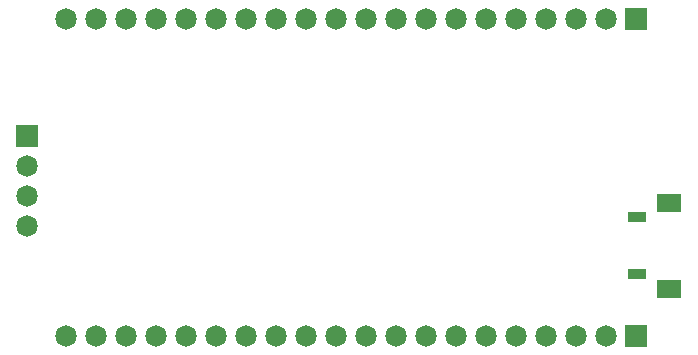
<source format=gbs>
G04*
G04 #@! TF.GenerationSoftware,Altium Limited,Altium Designer,22.0.2 (36)*
G04*
G04 Layer_Color=16711935*
%FSLAX24Y24*%
%MOIN*%
G70*
G04*
G04 #@! TF.SameCoordinates,D96F1F73-0473-4D1D-A2DC-BC1745D11BA0*
G04*
G04*
G04 #@! TF.FilePolarity,Negative*
G04*
G01*
G75*
%ADD47R,0.0837X0.0641*%
%ADD48R,0.0641X0.0365*%
%ADD49C,0.0719*%
%ADD50R,0.0719X0.0719*%
%ADD51R,0.0719X0.0719*%
D47*
X22444Y2623D02*
D03*
Y5477D02*
D03*
D48*
X21377Y5005D02*
D03*
Y3095D02*
D03*
D49*
X1050Y4700D02*
D03*
Y5700D02*
D03*
Y6700D02*
D03*
X6350Y11600D02*
D03*
X7350D02*
D03*
X8350D02*
D03*
X9350D02*
D03*
X10350D02*
D03*
X11350D02*
D03*
X12350D02*
D03*
X13350D02*
D03*
X14350D02*
D03*
X15350D02*
D03*
X16350D02*
D03*
X17350D02*
D03*
X18350D02*
D03*
X19350D02*
D03*
X20350D02*
D03*
X5350D02*
D03*
X4350D02*
D03*
X3350D02*
D03*
X2350D02*
D03*
X6350Y1050D02*
D03*
X7350D02*
D03*
X8350D02*
D03*
X9350D02*
D03*
X10350D02*
D03*
X11350D02*
D03*
X12350D02*
D03*
X13350D02*
D03*
X14350D02*
D03*
X15350D02*
D03*
X16350D02*
D03*
X17350D02*
D03*
X18350D02*
D03*
X19350D02*
D03*
X20350D02*
D03*
X5350D02*
D03*
X4350D02*
D03*
X3350D02*
D03*
X2350D02*
D03*
D50*
X1050Y7700D02*
D03*
D51*
X21350Y11600D02*
D03*
Y1050D02*
D03*
M02*

</source>
